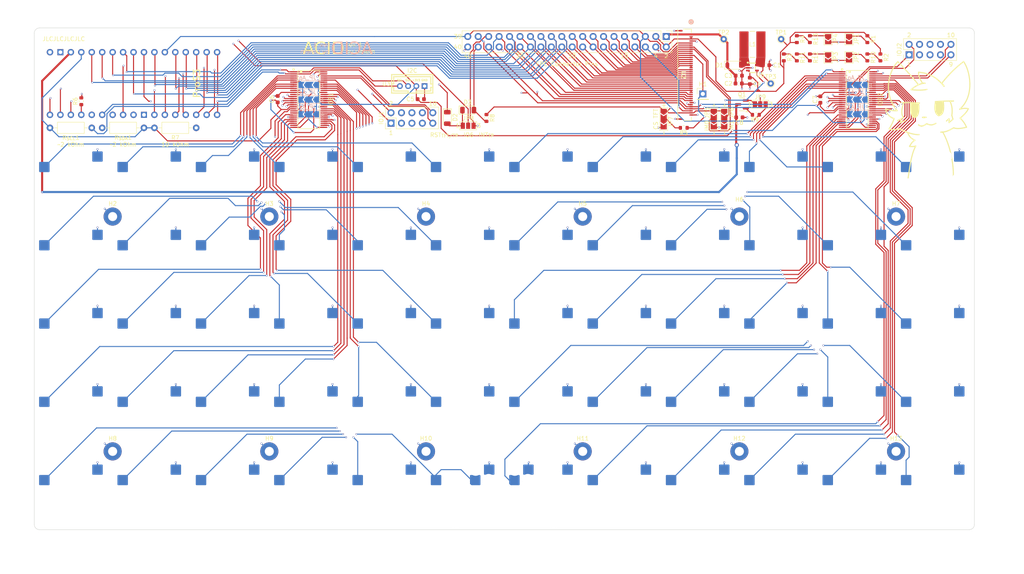
<source format=kicad_pcb>
(kicad_pcb
	(version 20241229)
	(generator "pcbnew")
	(generator_version "9.0")
	(general
		(thickness 1.6)
		(legacy_teardrops no)
	)
	(paper "A4")
	(title_block
		(title "Advanced Clicky Input Device")
		(date "2025-08-14")
		(rev "1")
		(company "Jakub Hlusička")
	)
	(layers
		(0 "F.Cu" signal)
		(4 "In1.Cu" signal)
		(6 "In2.Cu" signal)
		(2 "B.Cu" signal)
		(9 "F.Adhes" user "F.Adhesive")
		(11 "B.Adhes" user "B.Adhesive")
		(13 "F.Paste" user)
		(15 "B.Paste" user)
		(5 "F.SilkS" user "F.Silkscreen")
		(7 "B.SilkS" user "B.Silkscreen")
		(1 "F.Mask" user)
		(3 "B.Mask" user)
		(17 "Dwgs.User" user "User.Drawings")
		(19 "Cmts.User" user "User.Comments")
		(21 "Eco1.User" user "User.Eco1")
		(23 "Eco2.User" user "User.Eco2")
		(25 "Edge.Cuts" user)
		(27 "Margin" user)
		(31 "F.CrtYd" user "F.Courtyard")
		(29 "B.CrtYd" user "B.Courtyard")
		(35 "F.Fab" user)
		(33 "B.Fab" user)
		(39 "User.1" user)
		(41 "User.2" user)
		(43 "User.3" user)
		(45 "User.4" user)
		(47 "User.5" user)
		(49 "User.6" user)
		(51 "User.7" user)
		(53 "User.8" user)
		(55 "User.9" user)
	)
	(setup
		(stackup
			(layer "F.SilkS"
				(type "Top Silk Screen")
			)
			(layer "F.Paste"
				(type "Top Solder Paste")
			)
			(layer "F.Mask"
				(type "Top Solder Mask")
				(thickness 0.01)
			)
			(layer "F.Cu"
				(type "copper")
				(thickness 0.035)
			)
			(layer "dielectric 1"
				(type "prepreg")
				(thickness 0.1)
				(material "FR4")
				(epsilon_r 4.5)
				(loss_tangent 0.02)
			)
			(layer "In1.Cu"
				(type "copper")
				(thickness 0.035)
			)
			(layer "dielectric 2"
				(type "core")
				(thickness 1.24)
				(material "FR4")
				(epsilon_r 4.5)
				(loss_tangent 0.02)
			)
			(layer "In2.Cu"
				(type "copper")
				(thickness 0.035)
			)
			(layer "dielectric 3"
				(type "prepreg")
				(thickness 0.1)
				(material "FR4")
				(epsilon_r 4.5)
				(loss_tangent 0.02)
			)
			(layer "B.Cu"
				(type "copper")
				(thickness 0.035)
			)
			(layer "B.Mask"
				(type "Bottom Solder Mask")
				(thickness 0.01)
			)
			(layer "B.Paste"
				(type "Bottom Solder Paste")
			)
			(layer "B.SilkS"
				(type "Bottom Silk Screen")
			)
			(copper_finish "HAL lead-free")
			(dielectric_constraints no)
		)
		(pad_to_mask_clearance 0)
		(allow_soldermask_bridges_in_footprints no)
		(tenting front back)
		(grid_origin 140.335 151.13)
		(pcbplotparams
			(layerselection 0x00000000_00000000_55555555_5755f5ff)
			(plot_on_all_layers_selection 0x00000000_00000000_00000000_00000000)
			(disableapertmacros no)
			(usegerberextensions no)
			(usegerberattributes yes)
			(usegerberadvancedattributes yes)
			(creategerberjobfile yes)
			(dashed_line_dash_ratio 12.000000)
			(dashed_line_gap_ratio 3.000000)
			(svgprecision 4)
			(plotframeref no)
			(mode 1)
			(useauxorigin no)
			(hpglpennumber 1)
			(hpglpenspeed 20)
			(hpglpendiameter 15.000000)
			(pdf_front_fp_property_popups yes)
			(pdf_back_fp_property_popups yes)
			(pdf_metadata yes)
			(pdf_single_document no)
			(dxfpolygonmode yes)
			(dxfimperialunits yes)
			(dxfusepcbnewfont yes)
			(psnegative no)
			(psa4output no)
			(plot_black_and_white yes)
			(sketchpadsonfab no)
			(plotpadnumbers no)
			(hidednponfab no)
			(sketchdnponfab yes)
			(crossoutdnponfab yes)
			(subtractmaskfromsilk no)
			(outputformat 1)
			(mirror no)
			(drillshape 1)
			(scaleselection 1)
			(outputdirectory "")
		)
	)
	(net 0 "")
	(net 1 "/LEDA_{TFT}")
	(net 2 "/LEDK_{TFT}")
	(net 3 "+3.3V")
	(net 4 "+5V")
	(net 5 "Net-(D2-A)")
	(net 6 "~{RST}")
	(net 7 "/~{RST_{TFT{slash}TP}}")
	(net 8 "/CS_{SPI{slash}TFT}")
	(net 9 "/Switch Matrix Left Half/SWPIN_{4,2}")
	(net 10 "/Switch Matrix Left Half/SWPIN_{0,2}")
	(net 11 "/Switch Matrix Left Half/SWPIN_{1,7}")
	(net 12 "/Switch Matrix Left Half/SWPIN_{3,7}")
	(net 13 "/Switch Matrix Left Half/SWPIN_{4,6}")
	(net 14 "/Switch Matrix Left Half/SWPIN_{3,5}")
	(net 15 "/Switch Matrix Left Half/SWPIN_{4,0}")
	(net 16 "/Switch Matrix Left Half/SWPIN_{2,1}")
	(net 17 "/Switch Matrix Left Half/SWPIN_{0,6}")
	(net 18 "/INT_{LR}")
	(net 19 "/Switch Matrix Left Half/SWPIN_{2,0}")
	(net 20 "/Switch Matrix Left Half/SWPIN_{1,2}")
	(net 21 "/Switch Matrix Left Half/SWPIN_{0,7}")
	(net 22 "/Switch Matrix Left Half/SWPIN_{0,4}")
	(net 23 "/Switch Matrix Left Half/SWPIN_{1,5}")
	(net 24 "/Switch Matrix Left Half/SWPIN_{2,2}")
	(net 25 "/Switch Matrix Left Half/SWPIN_{3,3}")
	(net 26 "/Switch Matrix Left Half/SWPIN_{4,3}")
	(net 27 "Net-(IOE1-A2)")
	(net 28 "/Switch Matrix Left Half/SWPIN_{2,6}")
	(net 29 "/Switch Matrix Left Half/SWPIN_{3,0}")
	(net 30 "/Switch Matrix Left Half/SWPIN_{4,7}")
	(net 31 "/Switch Matrix Left Half/SWPIN_{1,0}")
	(net 32 "Net-(IOE1-A0)")
	(net 33 "/Switch Matrix Left Half/SWPIN_{1,3}")
	(net 34 "/Switch Matrix Left Half/SWPIN_{1,4}")
	(net 35 "/Switch Matrix Left Half/SWPIN_{2,4}")
	(net 36 "/Switch Matrix Left Half/SWPIN_{2,5}")
	(net 37 "Net-(IOE1-A1)")
	(net 38 "/Switch Matrix Left Half/SWPIN_{3,1}")
	(net 39 "SCL")
	(net 40 "/Switch Matrix Left Half/SWPIN_{4,4}")
	(net 41 "/Switch Matrix Left Half/SWPIN_{0,0}")
	(net 42 "/Switch Matrix Left Half/SWPIN_{4,5}")
	(net 43 "/Switch Matrix Left Half/SWPIN_{3,6}")
	(net 44 "/Switch Matrix Left Half/SWPIN_{4,1}")
	(net 45 "/Switch Matrix Left Half/SWPIN_{1,1}")
	(net 46 "/Switch Matrix Left Half/SWPIN_{3,4}")
	(net 47 "/Switch Matrix Left Half/SWPIN_{0,3}")
	(net 48 "/Switch Matrix Left Half/SWPIN_{1,6}")
	(net 49 "/Switch Matrix Left Half/SWPIN_{2,7}")
	(net 50 "/Switch Matrix Left Half/SWPIN_{3,2}")
	(net 51 "SDA")
	(net 52 "/Switch Matrix Left Half/SWPIN_{2,3}")
	(net 53 "/Switch Matrix Left Half/SWPIN_{0,5}")
	(net 54 "/Switch Matrix Left Half/SWPIN_{0,1}")
	(net 55 "/Switch Matrix Right Half/SWPIN_{1,6}")
	(net 56 "/Switch Matrix Right Half/SWPIN_{4,4}")
	(net 57 "/Switch Matrix Right Half/SWPIN_{3,4}")
	(net 58 "Net-(IOE2-A0)")
	(net 59 "/Switch Matrix Right Half/SWPIN_{1,0}")
	(net 60 "/Switch Matrix Right Half/SWPIN_{2,3}")
	(net 61 "/Switch Matrix Right Half/SWPIN_{3,6}")
	(net 62 "Net-(IOE2-A1)")
	(net 63 "/Switch Matrix Right Half/SWPIN_{3,0}")
	(net 64 "/Switch Matrix Right Half/SWPIN_{0,2}")
	(net 65 "/Switch Matrix Right Half/SWPIN_{3,2}")
	(net 66 "/Switch Matrix Right Half/SWPIN_{1,3}")
	(net 67 "/Switch Matrix Right Half/SWPIN_{4,6}")
	(net 68 "/Switch Matrix Right Half/SWPIN_{2,4}")
	(net 69 "/Switch Matrix Right Half/SWPIN_{2,6}")
	(net 70 "/Switch Matrix Right Half/SWPIN_{1,4}")
	(net 71 "/Switch Matrix Right Half/SWPIN_{3,7}")
	(net 72 "/Switch Matrix Right Half/SWPIN_{3,5}")
	(net 73 "/Switch Matrix Right Half/SWPIN_{2,5}")
	(net 74 "/Switch Matrix Right Half/SWPIN_{4,5}")
	(net 75 "/Switch Matrix Right Half/SWPIN_{2,0}")
	(net 76 "unconnected-(U1-VBAT-Pad1)")
	(net 77 "/Switch Matrix Right Half/SWPIN_{4,0}")
	(net 78 "GND")
	(net 79 "/Switch Matrix Right Half/SWPIN_{1,2}")
	(net 80 "/Switch Matrix Right Half/SWPIN_{0,3}")
	(net 81 "/Switch Matrix Right Half/SWPIN_{0,7}")
	(net 82 "Net-(IOE2-A2)")
	(net 83 "/Switch Matrix Right Half/SWPIN_{2,2}")
	(net 84 "/Switch Matrix Right Half/SWPIN_{0,1}")
	(net 85 "/Switch Matrix Right Half/SWPIN_{0,4}")
	(net 86 "/Switch Matrix Right Half/SWPIN_{4,7}")
	(net 87 "/Switch Matrix Right Half/SWPIN_{0,0}")
	(net 88 "/Switch Matrix Right Half/SWPIN_{4,3}")
	(net 89 "/Switch Matrix Right Half/SWPIN_{2,7}")
	(net 90 "/Switch Matrix Right Half/SWPIN_{1,1}")
	(net 91 "/Switch Matrix Right Half/SWPIN_{0,5}")
	(net 92 "/Switch Matrix Right Half/SWPIN_{4,2}")
	(net 93 "/Switch Matrix Right Half/SWPIN_{0,6}")
	(net 94 "/Switch Matrix Right Half/SWPIN_{3,1}")
	(net 95 "/G5")
	(net 96 "/Switch Matrix Right Half/SWPIN_{2,1}")
	(net 97 "/Switch Matrix Right Half/SWPIN_{1,7}")
	(net 98 "/Switch Matrix Right Half/SWPIN_{4,1}")
	(net 99 "/Switch Matrix Right Half/SWPIN_{1,5}")
	(net 100 "/R1")
	(net 101 "/R5")
	(net 102 "/B1")
	(net 103 "/G2")
	(net 104 "/Switch Matrix Right Half/SWPIN_{3,3}")
	(net 105 "/SCK_{SPI}")
	(net 106 "/HSYNC_{TFT}")
	(net 107 "/B4")
	(net 108 "/G4")
	(net 109 "/MOSI_{SPI}")
	(net 110 "/IM0")
	(net 111 "+3.3V_{LDO2}")
	(net 112 "/G3")
	(net 113 "/DE_{TFT}")
	(net 114 "/IM1")
	(net 115 "/G1")
	(net 116 "/B2")
	(net 117 "/G0")
	(net 118 "/INT_{TP}")
	(net 119 "/R3")
	(net 120 "Net-(J1-Pin_12)")
	(net 121 "/R2")
	(net 122 "/VSYNC_{TFT}")
	(net 123 "Net-(JP1-A)")
	(net 124 "/B5")
	(net 125 "Net-(JP2-A)")
	(net 126 "/R4")
	(net 127 "Net-(JP3-A)")
	(net 128 "Net-(JP4-A)")
	(net 129 "/B3")
	(net 130 "/INT_{TP}{slash}~{RST_{TFT{slash}TP}}")
	(net 131 "Net-(JP9-A)")
	(net 132 "Net-(Q1-G)")
	(net 133 "/PCLK_{TFT}")
	(net 134 "/BGPWM_{TFT}")
	(net 135 "Net-(R10-Pad1)")
	(net 136 "Net-(R11-Pad2)")
	(net 137 "Net-(R13-Pad2)")
	(net 138 "Net-(R11-Pad1)")
	(net 139 "Net-(JP7-C)")
	(net 140 "/Backlight Boost Converter/VIN_{BST}")
	(net 141 "/Backlight Boost Converter/SW_{BST}")
	(footprint "easyeda2kicad:TSSOP-56_L14.0-W6.1-P0.50-LS8.1-BL" (layer "F.Cu") (at 226.17 55.98 -90))
	(footprint "MountingHole:MountingHole_2.2mm_M2_Pad" (layer "F.Cu") (at 197.485 141.605))
	(footprint "easyeda2kicad:TSSOP-56_L14.0-W6.1-P0.50-LS8.1-BL" (layer "F.Cu") (at 92.77 55.99 -90))
	(footprint "Resistor_SMD:R_0603_1608Metric" (layer "F.Cu") (at 214.63 41.275 -90))
	(footprint "Project_Library:CONN_F3311A7H121040E200_AMP" (layer "F.Cu") (at 184.15 49.975 -90))
	(footprint "easyeda2kicad:CONN-TH_B4B-PH-K-LF-SN" (layer "F.Cu") (at 117.935 52.705))
	(footprint "Capacitor_SMD:C_0603_1608Metric" (layer "F.Cu") (at 203.975 47.625))
	(footprint "Resistor_SMD:R_0603_1608Metric" (layer "F.Cu") (at 211.455 41.275 -90))
	(footprint "TestPoint:TestPoint_THTPad_D1.5mm_Drill0.7mm" (layer "F.Cu") (at 207.645 41.275))
	(footprint "Resistor_THT:R_Axial_DIN0207_L6.3mm_D2.5mm_P10.16mm_Horizontal" (layer "F.Cu") (at 55.245 62.865))
	(footprint "Resistor_SMD:R_0603_1608Metric" (layer "F.Cu") (at 37.465 56.388 90))
	(footprint "Connector_PinHeader_2.54mm:PinHeader_2x05_P2.54mm_Vertical" (layer "F.Cu") (at 112.776 61.727 90))
	(footprint "Project_Library:IND_BOURNS_SRR5028" (layer "F.Cu") (at 200.66 42.545 180))
	(footprint "MountingHole:MountingHole_2.2mm_M2_Pad" (layer "F.Cu") (at 121.285 84.455))
	(footprint "UnexpectedMaker:ProS3_TH" (layer "F.Cu") (at 50.165 52.05 90))
	(footprint "Diode_SMD:D_SOD-123" (layer "F.Cu") (at 196.215 47.625))
	(footprint "Resistor_SMD:R_0603_1608Metric" (layer "F.Cu") (at 211.455 45.72 -90))
	(footprint "Resistor_SMD:R_0603_1608Metric" (layer "F.Cu") (at 228.6 41.275 -90))
	(footprint "Connector_PinHeader_2.54mm:PinHeader_1x01_P2.54mm_Vertical" (layer "F.Cu") (at 188.595 54.61))
	(footprint "MountingHole:MountingHole_2.2mm_M2_Pad" (layer "F.Cu") (at 45.085 84.455))
	(footprint "Resistor_SMD:R_0603_1608Metric" (layer "F.Cu") (at 135.987 60.452 -90))
	(footprint "Jumper:SolderJumper-2_P1.3mm_Open_TrianglePad1.0x1.5mm" (layer "F.Cu") (at 224.155 41.275 -90))
	(footprint "MountingHole:MountingHole_2.2mm_M2_Pad" (layer "F.Cu") (at 83.185 141.605))
	(footprint "Jumper:SolderJumper-2_P1.3mm_Open_TrianglePad1.0x1.5mm" (layer "F.Cu") (at 224.155 45.72 -90))
	(footprint "Capacitor_SMD:C_0603_1608Metric" (layer "F.Cu") (at 217.17 55.98 90))
	(footprint "Resistor_THT:R_Axial_DIN0207_L6.3mm_D2.5mm_P10.16mm_Horizontal" (layer "F.Cu") (at 29.845 62.865))
	(footprint "PCM_JLCPCB:Q_SOT-23" (layer "F.Cu") (at 198.12 57.15 180))
	(footprint "Jumper:SolderJumper-3_P1.3mm_Open_Pad1.0x1.5mm_NumberLabels" (layer "F.Cu") (at 131.542 62.357))
	(footprint "MountingHole:MountingHole_2.2mm_M2_Pad" (layer "F.Cu") (at 159.385 84.455))
	(footprint "Jumper:SolderJumper-2_P1.3mm_Open_TrianglePad1.0x1.5mm" (layer "F.Cu") (at 219.075 45.72 -90))
	(footprint "MountingHole:MountingHole_2.2mm_M2_Pad" (layer "F.Cu") (at 235.585 84.455))
	(footprint "Resistor_SMD:R_0603_1608Metric" (layer "F.Cu") (at 208.28 45.72 -90))
	(footprint "Jumper:SolderJumper-2_P1.3mm_Open_TrianglePad1.0x1.5mm" (layer "F.Cu") (at 219.075 41.275 -90))
	(footprint "PCM_JLCPCB:D_SOD-123FL" (layer "F.Cu") (at 126.462 60.452 -90))
	(footprint "Resistor_SMD:R_0603_1608Metric"
		(layer "F.Cu")
		(uuid "94b58f35-dc6e-4854-b9bc-c8f92f6a87af")
		(at 231.775 45.72 -90)
		(descr "Resistor SMD 0603 (1608 Metric), square (rectangular) end terminal, IPC-7351 nominal, (Body size source: IPC-SM-782 page 72, https://www.pcb-3d.com/wordpress/wp-content/uploads/ipc-sm-782a_amendment_1_and_2.pdf), generated with kicad-footprint-generator")
		(tags "resistor")
		(property "Reference" "R2"
			(at 0 -1.43 90)
			(layer "F.SilkS")
			(uuid "05ea3778-6d9b-4009-8eb8-90bbe884c997")
			(effects
				(font
					(size 1 1)
					(thickness 0.15)
				)
			)
		)
		(property "Value" "20 Ohm"
			(at 0 1.43 90)
			(layer "F.Fab")
			(uuid "de79336d-df59-4fbc-a52c-a349494dd14d")
			(effects
				(font
					(size 1 1)
					(thickness 0.15)
				)
			)
		)
		(property "Datasheet" "~"
			(at 0 0 90)
			(layer "F.Fab")
			(hide yes)
			(uuid "2c185adc-68d1-45c3-ab92-abb4b6d92c3f")
			(effects
				(font
					(size 1.27 1.27)
					(thickness 0.15)
				)
			)
		)
		(property "Description" "Resistor"
			(at 0 0 90)
			(layer "F.Fab")
			(hide yes)
			(uuid "6d285bd6-31f2-4240-ad85-c510b6ac1072")
			(effects
				(font
					(size 1.27 1.27)
					(thickness 0.15)
				)
			)
		)
		(property "LCSC" ""
			(at 0 0 90)
			(layer "F.SilkS")
			(hide yes)
			(uuid "4292f85d-c8e0-4f0e-9d0f-21108b697875")
			(effects
				(font
					(size 1.27 1.27)
					(thickness 0.15)
				)
			)
		)
		(property ki_fp_filters "R_*")
		(path "/628f2de5-a5de-421c-af90-8153f9f7644b/22abb952-478a-46a0-ada1-733d1b8a97b5")
		(sheetname "/Backlight Boost Converter/")
		(sheetfile "backlight_boost_converter.kicad_sch")
		(attr smd)
		(fp_line
			(start -0.237258 0.5225)
			(end 0.237258 0.5225)
			(stroke
				(width 0.12)
				(type solid)
			)
			(layer "F.SilkS")
			(uuid "f941ef98-b5f4-4475-bc23-6ae9ba3efb5d")
		)
		(fp_line
			(start -0.237258 -0.5225)
			(end 0.237258 -0.5225)
			(stroke
				(width 0.12)
				(type solid)
			)
			(layer "F.SilkS")
			(uuid "6885c2c4-4ae2-4a8a-8299-1ada162b06f8")
		)
		(fp_line
			(start -1.48 0.73)
			(end -1.48 -0.73)
			(stroke
				(width 0.0
... [1785179 chars truncated]
</source>
